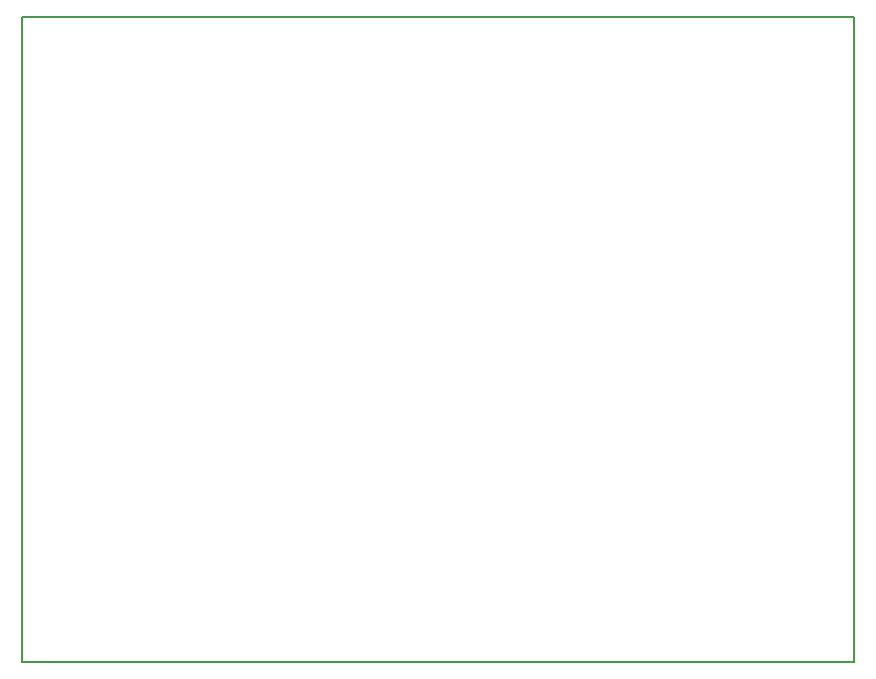
<source format=gbr>
G04 #@! TF.FileFunction,Legend,Bot*
%FSLAX46Y46*%
G04 Gerber Fmt 4.6, Leading zero omitted, Abs format (unit mm)*
G04 Created by KiCad (PCBNEW 4.0.2+dfsg1-stable) date Thu 20 Oct 2016 16:57:25 CEST*
%MOMM*%
G01*
G04 APERTURE LIST*
%ADD10C,0.100000*%
%ADD11C,0.150000*%
%ADD12R,2.200000X2.200000*%
%ADD13C,2.200000*%
%ADD14R,2.432000X2.127200*%
%ADD15O,2.432000X2.127200*%
%ADD16R,2.127200X2.432000*%
%ADD17O,2.127200X2.432000*%
%ADD18R,2.127200X2.127200*%
%ADD19O,2.127200X2.127200*%
%ADD20O,2.398980X2.398980*%
%ADD21R,2.398980X2.398980*%
%ADD22C,1.700000*%
G04 APERTURE END LIST*
D10*
D11*
X70485000Y0D02*
X0Y0D01*
X70485000Y54610000D02*
X70485000Y0D01*
X0Y54610000D02*
X70485000Y54610000D01*
X0Y0D02*
X0Y54610000D01*
%LPC*%
D12*
X58420000Y52705000D03*
D13*
X58420000Y50165000D03*
X55880000Y52705000D03*
X55880000Y50165000D03*
X53340000Y52705000D03*
X53340000Y50165000D03*
X50800000Y52705000D03*
X50800000Y50165000D03*
X48260000Y52705000D03*
X48260000Y50165000D03*
X45720000Y52705000D03*
X45720000Y50165000D03*
X43180000Y52705000D03*
X43180000Y50165000D03*
X40640000Y52705000D03*
X40640000Y50165000D03*
X38100000Y52705000D03*
X38100000Y50165000D03*
X35560000Y52705000D03*
X35560000Y50165000D03*
X33020000Y52705000D03*
X33020000Y50165000D03*
X30480000Y52705000D03*
X30480000Y50165000D03*
X27940000Y52705000D03*
X27940000Y50165000D03*
X25400000Y52705000D03*
X25400000Y50165000D03*
X22860000Y52705000D03*
X22860000Y50165000D03*
X20320000Y52705000D03*
X20320000Y50165000D03*
X17780000Y52705000D03*
X17780000Y50165000D03*
X15240000Y52705000D03*
X15240000Y50165000D03*
X12700000Y52705000D03*
X12700000Y50165000D03*
X10160000Y52705000D03*
X10160000Y50165000D03*
X7620000Y52705000D03*
X7620000Y50165000D03*
X5080000Y52705000D03*
X5080000Y50165000D03*
X2540000Y52705000D03*
X2540000Y50165000D03*
D12*
X58420000Y4445000D03*
D13*
X58420000Y1905000D03*
X55880000Y4445000D03*
X55880000Y1905000D03*
X53340000Y4445000D03*
X53340000Y1905000D03*
X50800000Y4445000D03*
X50800000Y1905000D03*
X48260000Y4445000D03*
X48260000Y1905000D03*
X45720000Y4445000D03*
X45720000Y1905000D03*
X43180000Y4445000D03*
X43180000Y1905000D03*
X40640000Y4445000D03*
X40640000Y1905000D03*
X38100000Y4445000D03*
X38100000Y1905000D03*
X35560000Y4445000D03*
X35560000Y1905000D03*
X33020000Y4445000D03*
X33020000Y1905000D03*
X30480000Y4445000D03*
X30480000Y1905000D03*
X27940000Y4445000D03*
X27940000Y1905000D03*
X25400000Y4445000D03*
X25400000Y1905000D03*
X22860000Y4445000D03*
X22860000Y1905000D03*
X20320000Y4445000D03*
X20320000Y1905000D03*
X17780000Y4445000D03*
X17780000Y1905000D03*
X15240000Y4445000D03*
X15240000Y1905000D03*
X12700000Y4445000D03*
X12700000Y1905000D03*
X10160000Y4445000D03*
X10160000Y1905000D03*
X7620000Y4445000D03*
X7620000Y1905000D03*
X5080000Y4445000D03*
X5080000Y1905000D03*
X2540000Y4445000D03*
X2540000Y1905000D03*
D14*
X17780000Y32385000D03*
D15*
X17780000Y29845000D03*
X17780000Y27305000D03*
X17780000Y24765000D03*
X17780000Y22225000D03*
X17780000Y19685000D03*
X17780000Y17145000D03*
X17780000Y14605000D03*
X17780000Y12065000D03*
X17780000Y9525000D03*
D16*
X35560000Y9525000D03*
D17*
X38100000Y9525000D03*
X40640000Y9525000D03*
X43180000Y9525000D03*
X45720000Y9525000D03*
X48260000Y9525000D03*
X50800000Y9525000D03*
X53340000Y9525000D03*
X55880000Y9525000D03*
X58420000Y9525000D03*
D18*
X2540000Y10160000D03*
D19*
X2540000Y7620000D03*
X5080000Y10160000D03*
X5080000Y7620000D03*
X7620000Y10160000D03*
X7620000Y7620000D03*
X10160000Y10160000D03*
X10160000Y7620000D03*
D20*
X67056000Y51689000D03*
D21*
X67056000Y49149000D03*
D14*
X63881000Y38862000D03*
D15*
X63881000Y41402000D03*
X63881000Y43942000D03*
D20*
X67183000Y33782000D03*
D21*
X67183000Y31242000D03*
D22*
X2504000Y42799000D03*
X8804000Y42799000D03*
X2504000Y30988000D03*
X8804000Y30988000D03*
X2504000Y19050000D03*
X8804000Y19050000D03*
M02*

</source>
